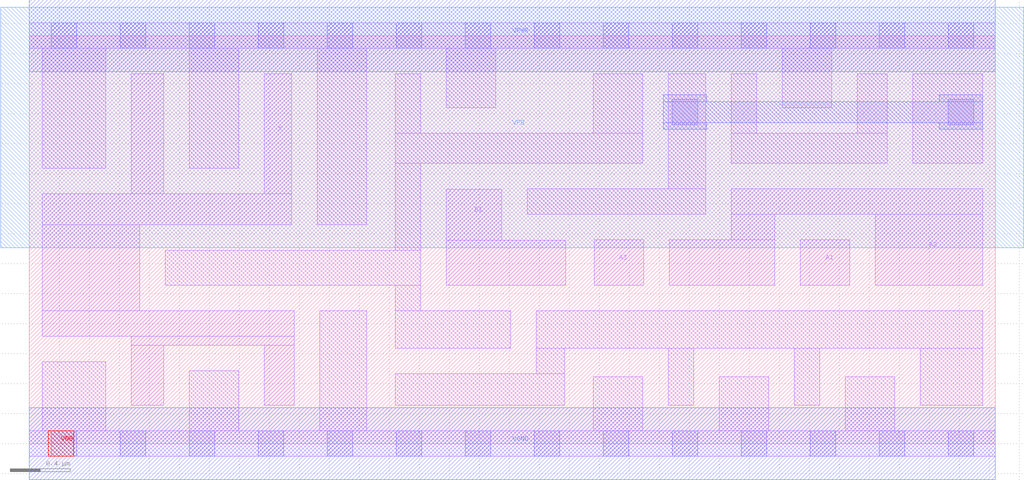
<source format=lef>
# Copyright 2020 The SkyWater PDK Authors
#
# Licensed under the Apache License, Version 2.0 (the "License");
# you may not use this file except in compliance with the License.
# You may obtain a copy of the License at
#
#     https://www.apache.org/licenses/LICENSE-2.0
#
# Unless required by applicable law or agreed to in writing, software
# distributed under the License is distributed on an "AS IS" BASIS,
# WITHOUT WARRANTIES OR CONDITIONS OF ANY KIND, either express or implied.
# See the License for the specific language governing permissions and
# limitations under the License.
#
# SPDX-License-Identifier: Apache-2.0

VERSION 5.7 ;
  NOWIREEXTENSIONATPIN ON ;
  DIVIDERCHAR "/" ;
  BUSBITCHARS "[]" ;
MACRO sky130_fd_sc_hd__o31a_4
  CLASS CORE ;
  FOREIGN sky130_fd_sc_hd__o31a_4 ;
  ORIGIN  0.000000  0.000000 ;
  SIZE  6.440000 BY  2.720000 ;
  SYMMETRY X Y R90 ;
  SITE unithd ;
  PIN A1
    ANTENNAGATEAREA  0.495000 ;
    DIRECTION INPUT ;
    USE SIGNAL ;
    PORT
      LAYER li1 ;
        RECT 5.140000 1.055000 5.470000 1.360000 ;
    END
  END A1
  PIN A2
    ANTENNAGATEAREA  0.495000 ;
    DIRECTION INPUT ;
    USE SIGNAL ;
    PORT
      LAYER li1 ;
        RECT 4.265000 1.055000 4.970000 1.360000 ;
        RECT 4.680000 1.360000 4.970000 1.530000 ;
        RECT 4.680000 1.530000 6.355000 1.700000 ;
        RECT 5.640000 1.055000 6.355000 1.530000 ;
    END
  END A2
  PIN A3
    ANTENNAGATEAREA  0.495000 ;
    DIRECTION INPUT ;
    USE SIGNAL ;
    PORT
      LAYER li1 ;
        RECT 3.765000 1.055000 4.095000 1.360000 ;
    END
  END A3
  PIN B1
    ANTENNAGATEAREA  0.495000 ;
    DIRECTION INPUT ;
    USE SIGNAL ;
    PORT
      LAYER li1 ;
        RECT 2.780000 1.055000 3.575000 1.355000 ;
        RECT 2.780000 1.355000 3.150000 1.695000 ;
    END
  END B1
  PIN VNB
    PORT
      LAYER pwell ;
        RECT 0.125000 -0.085000 0.295000 0.085000 ;
    END
  END VNB
  PIN VPB
    PORT
      LAYER nwell ;
        RECT -0.190000 1.305000 6.630000 2.910000 ;
    END
  END VPB
  PIN X
    ANTENNADIFFAREA  0.891000 ;
    DIRECTION OUTPUT ;
    USE SIGNAL ;
    PORT
      LAYER li1 ;
        RECT 0.085000 0.715000 1.765000 0.885000 ;
        RECT 0.085000 0.885000 0.735000 1.460000 ;
        RECT 0.085000 1.460000 1.750000 1.665000 ;
        RECT 0.680000 0.255000 0.895000 0.655000 ;
        RECT 0.680000 0.655000 1.765000 0.715000 ;
        RECT 0.680000 1.665000 0.895000 2.465000 ;
        RECT 1.565000 0.255000 1.765000 0.655000 ;
        RECT 1.565000 1.665000 1.750000 2.465000 ;
    END
  END X
  PIN VGND
    DIRECTION INOUT ;
    SHAPE ABUTMENT ;
    USE GROUND ;
    PORT
      LAYER met1 ;
        RECT 0.000000 -0.240000 6.440000 0.240000 ;
    END
  END VGND
  PIN VPWR
    DIRECTION INOUT ;
    SHAPE ABUTMENT ;
    USE POWER ;
    PORT
      LAYER met1 ;
        RECT 0.000000 2.480000 6.440000 2.960000 ;
    END
  END VPWR
  OBS
    LAYER li1 ;
      RECT 0.000000 -0.085000 6.440000 0.085000 ;
      RECT 0.000000  2.635000 6.440000 2.805000 ;
      RECT 0.085000  0.085000 0.510000 0.545000 ;
      RECT 0.085000  1.835000 0.510000 2.635000 ;
      RECT 0.905000  1.055000 2.610000 1.290000 ;
      RECT 1.065000  0.085000 1.395000 0.485000 ;
      RECT 1.065000  1.835000 1.395000 2.635000 ;
      RECT 1.920000  1.460000 2.250000 2.635000 ;
      RECT 1.935000  0.085000 2.250000 0.885000 ;
      RECT 2.440000  0.255000 3.570000 0.465000 ;
      RECT 2.440000  0.635000 3.210000 0.885000 ;
      RECT 2.440000  0.885000 2.610000 1.055000 ;
      RECT 2.440000  1.290000 2.610000 1.870000 ;
      RECT 2.440000  1.870000 4.090000 2.070000 ;
      RECT 2.440000  2.070000 2.610000 2.465000 ;
      RECT 2.780000  2.240000 3.110000 2.635000 ;
      RECT 3.320000  1.530000 4.510000 1.700000 ;
      RECT 3.380000  0.465000 3.570000 0.635000 ;
      RECT 3.380000  0.635000 6.355000 0.885000 ;
      RECT 3.760000  0.085000 4.090000 0.445000 ;
      RECT 3.760000  2.070000 4.090000 2.465000 ;
      RECT 4.260000  0.255000 4.430000 0.635000 ;
      RECT 4.260000  1.700000 4.510000 2.465000 ;
      RECT 4.600000  0.085000 4.930000 0.445000 ;
      RECT 4.680000  1.870000 5.720000 2.070000 ;
      RECT 4.680000  2.070000 4.850000 2.465000 ;
      RECT 5.020000  2.240000 5.350000 2.635000 ;
      RECT 5.100000  0.255000 5.270000 0.635000 ;
      RECT 5.440000  0.085000 5.770000 0.445000 ;
      RECT 5.520000  2.070000 5.720000 2.465000 ;
      RECT 5.890000  1.870000 6.355000 2.465000 ;
      RECT 5.940000  0.255000 6.355000 0.635000 ;
    LAYER mcon ;
      RECT 0.145000 -0.085000 0.315000 0.085000 ;
      RECT 0.145000  2.635000 0.315000 2.805000 ;
      RECT 0.605000 -0.085000 0.775000 0.085000 ;
      RECT 0.605000  2.635000 0.775000 2.805000 ;
      RECT 1.065000 -0.085000 1.235000 0.085000 ;
      RECT 1.065000  2.635000 1.235000 2.805000 ;
      RECT 1.525000 -0.085000 1.695000 0.085000 ;
      RECT 1.525000  2.635000 1.695000 2.805000 ;
      RECT 1.985000 -0.085000 2.155000 0.085000 ;
      RECT 1.985000  2.635000 2.155000 2.805000 ;
      RECT 2.445000 -0.085000 2.615000 0.085000 ;
      RECT 2.445000  2.635000 2.615000 2.805000 ;
      RECT 2.905000 -0.085000 3.075000 0.085000 ;
      RECT 2.905000  2.635000 3.075000 2.805000 ;
      RECT 3.365000 -0.085000 3.535000 0.085000 ;
      RECT 3.365000  2.635000 3.535000 2.805000 ;
      RECT 3.825000 -0.085000 3.995000 0.085000 ;
      RECT 3.825000  2.635000 3.995000 2.805000 ;
      RECT 4.285000 -0.085000 4.455000 0.085000 ;
      RECT 4.285000  2.125000 4.455000 2.295000 ;
      RECT 4.285000  2.635000 4.455000 2.805000 ;
      RECT 4.745000 -0.085000 4.915000 0.085000 ;
      RECT 4.745000  2.635000 4.915000 2.805000 ;
      RECT 5.205000 -0.085000 5.375000 0.085000 ;
      RECT 5.205000  2.635000 5.375000 2.805000 ;
      RECT 5.665000 -0.085000 5.835000 0.085000 ;
      RECT 5.665000  2.635000 5.835000 2.805000 ;
      RECT 6.125000 -0.085000 6.295000 0.085000 ;
      RECT 6.125000  2.125000 6.295000 2.295000 ;
      RECT 6.125000  2.635000 6.295000 2.805000 ;
    LAYER met1 ;
      RECT 4.225000 2.095000 4.515000 2.140000 ;
      RECT 4.225000 2.140000 6.355000 2.280000 ;
      RECT 4.225000 2.280000 4.515000 2.325000 ;
      RECT 6.065000 2.095000 6.355000 2.140000 ;
      RECT 6.065000 2.280000 6.355000 2.325000 ;
  END
END sky130_fd_sc_hd__o31a_4
END LIBRARY

</source>
